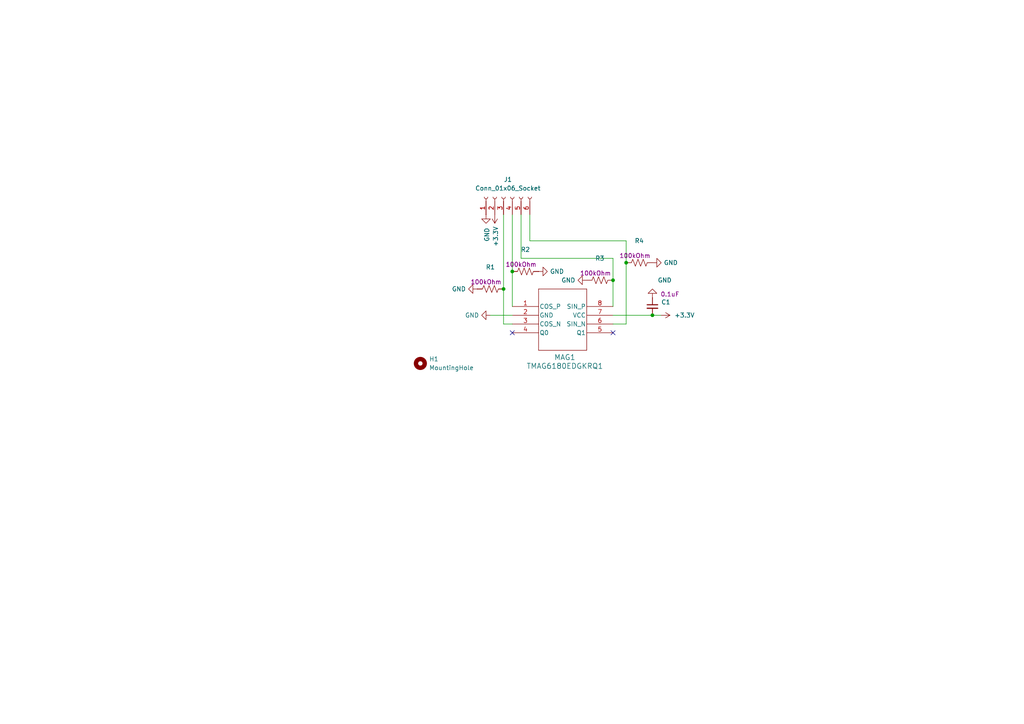
<source format=kicad_sch>
(kicad_sch (version 20250114) (generator "eeschema") (generator_version "9.0")
  (paper "A4")
  (lib_symbols
    (symbol "Connector:Conn_01x06_Socket" (pin_names (offset 1.016) (hide yes))
      (property "Reference" "J" (at 0 7.62 0))
      (property "Value" "Conn_01x06_Socket" (at 0 -10.16 0))
      (symbol "Conn_01x06_Socket_1_1"
        (polyline (pts (xy -1.27 5.08) (xy -0.508 5.08)) (stroke (width 0.1524)))
        (polyline (pts (xy -1.27 2.54) (xy -0.508 2.54)) (stroke (width 0.1524)))
        (polyline (pts (xy -1.27 0) (xy -0.508 0)) (stroke (width 0.1524)))
        (polyline (pts (xy -1.27 -2.54) (xy -0.508 -2.54)) (stroke (width 0.1524)))
        (polyline (pts (xy -1.27 -5.08) (xy -0.508 -5.08)) (stroke (width 0.1524)))
        (polyline (pts (xy -1.27 -7.62) (xy -0.508 -7.62)) (stroke (width 0.1524)))
        (arc (start 0 4.572) (mid -0.5058 5.08) (end 0 5.588) (stroke (width 0.1524)))
        (arc (start 0 2.032) (mid -0.5058 2.54) (end 0 3.048) (stroke (width 0.1524)))
        (arc (start 0 -0.508) (mid -0.5058 0) (end 0 0.508) (stroke (width 0.1524)))
        (arc (start 0 -3.048) (mid -0.5058 -2.54) (end 0 -2.032) (stroke (width 0.1524)))
        (arc (start 0 -5.588) (mid -0.5058 -5.08) (end 0 -4.572) (stroke (width 0.1524)))
        (arc (start 0 -8.128) (mid -0.5058 -7.62) (end 0 -7.112) (stroke (width 0.1524)))
        (pin passive line (at -5.08 5.08 0) (length 3.81) (name "Pin_1") (number "1"))
        (pin passive line (at -5.08 2.54 0) (length 3.81) (name "Pin_2") (number "2"))
        (pin passive line (at -5.08 0 0) (length 3.81) (name "Pin_3") (number "3"))
        (pin passive line (at -5.08 -2.54 0) (length 3.81) (name "Pin_4") (number "4"))
        (pin passive line (at -5.08 -5.08 0) (length 3.81) (name "Pin_5") (number "5"))
        (pin passive line (at -5.08 -7.62 0) (length 3.81) (name "Pin_6") (number "6"))
      )
    )
    (symbol "Device:C_Small" (pin_numbers (hide yes)) (pin_names (offset 0.254) (hide yes))
      (property "Reference" "C" (at 0.254 1.778 0))
      (property "Value" "C_Small" (at 0.254 -2.032 0))
      (symbol "C_Small_0_1"
        (polyline (pts (xy -1.524 0.508) (xy 1.524 0.508)) (stroke (width 0.3048)))
        (polyline (pts (xy -1.524 -0.508) (xy 1.524 -0.508)) (stroke (width 0.3302)))
      )
      (symbol "C_Small_1_1"
        (pin passive line (at 0 2.54 270) (length 2.032) (name "~") (number "1"))
        (pin passive line (at 0 -2.54 90) (length 2.032) (name "~") (number "2"))
      )
    )
    (symbol "Device:R_US" (pin_numbers (hide yes)) (pin_names (offset 0))
      (property "Reference" "R" (at 2.54 0 90))
      (property "Value" "R_US" (at -2.54 0 90))
      (symbol "R_US_0_1"
        (polyline (pts (xy 0 2.286) (xy 0 2.54)))
        (polyline (pts (xy 0 2.286) (xy 1.016 1.905) (xy 0 1.524) (xy -1.016 1.143) (xy 0 0.762)))
        (polyline (pts (xy 0 0.762) (xy 1.016 0.381) (xy 0 0) (xy -1.016 -0.381) (xy 0 -0.762)))
        (polyline (pts (xy 0 -0.762) (xy 1.016 -1.143) (xy 0 -1.524) (xy -1.016 -1.905) (xy 0 -2.286)))
        (polyline (pts (xy 0 -2.286) (xy 0 -2.54)))
      )
      (symbol "R_US_1_1"
        (pin passive line (at 0 3.81 270) (length 1.27) (name "~") (number "1"))
        (pin passive line (at 0 -3.81 90) (length 1.27) (name "~") (number "2"))
      )
    )
    (symbol "Mechanical:MountingHole" (pin_names (offset 1.016)) (in_bom no)
      (property "Reference" "H" (at 0 5.08 0))
      (property "Value" "MountingHole" (at 0 3.175 0))
      (symbol "MountingHole_0_1"
        (circle (center 0 0) (radius 1.27) (stroke (width 1.27)))
      )
    )
    (symbol "TMAG6180:TMAG6180EDGKRQ1" (pin_names (offset 0.254))
      (property "Reference" "MAG" (at 14.732 9.398 0))
      (property "Value" "TMAG6180EDGKRQ1" (at 14.732 6.858 0))
      (symbol "TMAG6180EDGKRQ1_0_1"
        (polyline (pts (xy 7.62 5.08) (xy 7.62 -12.7)))
        (polyline (pts (xy 7.62 -12.7) (xy 21.59 -12.7)))
        (polyline (pts (xy 21.59 5.08) (xy 7.62 5.08)))
        (polyline (pts (xy 21.59 -12.7) (xy 21.59 5.08)))
        (pin output line (at 0 0 0) (length 7.62) (name "COS_P") (number "1"))
        (pin power_out line (at 0 -2.54 0) (length 7.62) (name "GND") (number "2"))
        (pin output line (at 0 -5.08 0) (length 7.62) (name "COS_N") (number "3"))
        (pin output line (at 0 -7.62 0) (length 7.62) (name "Q0") (number "4"))
        (pin output line (at 29.21 0 180) (length 7.62) (name "SIN_P") (number "8"))
        (pin power_in line (at 29.21 -2.54 180) (length 7.62) (name "VCC") (number "7"))
        (pin output line (at 29.21 -5.08 180) (length 7.62) (name "SIN_N") (number "6"))
        (pin output line (at 29.21 -7.62 180) (length 7.62) (name "Q1") (number "5"))
      )
    )
    (symbol "power:+3.3V" (power) (pin_numbers (hide yes)) (pin_names (offset 0) (hide yes))
      (property "Value" "+3.3V" (at 0 3.556 0))
      (symbol "+3.3V_0_1"
        (polyline (pts (xy -0.762 1.27) (xy 0 2.54)))
        (polyline (pts (xy 0 2.54) (xy 0.762 1.27)))
        (polyline (pts (xy 0 0) (xy 0 2.54)))
      )
      (symbol "+3.3V_1_1"
        (pin power_in line (at 0 0 90) (length 0) (name "~") (number "1"))
      )
    )
    (symbol "power:GND" (power) (pin_numbers (hide yes)) (pin_names (offset 0) (hide yes))
      (property "Value" "GND" (at 0 -3.81 0))
      (symbol "GND_0_1"
        (polyline (pts (xy 0 0) (xy 0 -1.27) (xy 1.27 -1.27) (xy 0 -2.54) (xy -1.27 -1.27) (xy 0 -1.27)))
      )
      (symbol "GND_1_1"
        (pin power_in line (at 0 0 270) (length 0) (name "~") (number "1"))
      )
    )
  )
  (junction (at 177.8 81.28))
  (junction (at 189.23 91.44))
  (junction (at 181.61 76.2))
  (junction (at 148.59 78.74))
  (junction (at 146.05 83.82))
  (no_connect (at 177.8 96.52))
  (no_connect (at 148.59 96.52))
  (wire (pts (xy 148.59 78.74) (xy 148.59 88.9)))
  (wire (pts (xy 148.59 93.98) (xy 146.05 93.98)))
  (wire (pts (xy 181.61 69.85) (xy 153.67 69.85)))
  (wire (pts (xy 146.05 93.98) (xy 146.05 83.82)))
  (wire (pts (xy 151.13 74.93) (xy 151.13 62.23)))
  (wire (pts (xy 177.8 81.28) (xy 177.8 88.9)))
  (wire (pts (xy 181.61 76.2) (xy 181.61 93.98)))
  (wire (pts (xy 153.67 69.85) (xy 153.67 62.23)))
  (wire (pts (xy 189.23 91.44) (xy 191.77 91.44)))
  (wire (pts (xy 148.59 62.23) (xy 148.59 78.74)))
  (wire (pts (xy 142.24 91.44) (xy 148.59 91.44)))
  (wire (pts (xy 177.8 74.93) (xy 151.13 74.93)))
  (wire (pts (xy 177.8 74.93) (xy 177.8 81.28)))
  (wire (pts (xy 177.8 93.98) (xy 181.61 93.98)))
  (wire (pts (xy 181.61 69.85) (xy 181.61 76.2)))
  (wire (pts (xy 146.05 83.82) (xy 146.05 62.23)))
  (wire (pts (xy 177.8 91.44) (xy 189.23 91.44)))
  (symbol (lib_id "power:GND") (at 140.97 62.23 0) (unit 1)
    (property "Reference" "#PWR01" (effects (hide yes)))
    (property "Value" "GND" (at 141.224 68.072 90))
    (property "Description" "Power symbol creates a global label with name \"GND\" , ground" (effects (hide yes)))
  )
  (symbol (lib_id "power:GND") (at 142.24 91.44 270) (unit 1)
    (property "Reference" "#PWR03" (effects (hide yes)))
    (property "Value" "GND" (at 136.906 91.44 90))
    (property "Description" "Power symbol creates a global label with name \"GND\" , ground" (effects (hide yes)))
  )
  (symbol (lib_id "Mechanical:MountingHole") (at 121.92 105.41 0) (unit 1) (in_bom no)
    (property "Reference" "H1" (at 124.46 104.1399 0) (effects (justify left)))
    (property "Value" "MountingHole" (at 124.46 106.6799 0) (effects (justify left)))
    (property "Footprint" "MountingHole:ToolingHole_1.152mm" (effects (hide yes)))
    (property "Description" "Mounting Hole without connection" (effects (hide yes)))
  )
  (symbol (lib_id "Device:R_US") (at 173.99 81.28 90) (unit 1)
    (property "Reference" "R3" (at 173.99 74.93 90))
    (property "Value" "R_US" (effects (hide yes)))
    (property "Footprint" "Resistor_SMD:R_0402_1005Metric" (effects (hide yes)))
    (property "Description" "Resistor, US symbol" (effects (hide yes)))
    (property "Resistance" "100kOhm" (at 172.72 79.248 90))
  )
  (symbol (lib_id "Device:R_US") (at 142.24 83.82 90) (unit 1)
    (property "Reference" "R1" (at 142.24 77.47 90))
    (property "Value" "R_US" (effects (hide yes)))
    (property "Footprint" "Resistor_SMD:R_0402_1005Metric" (effects (hide yes)))
    (property "Description" "Resistor, US symbol" (effects (hide yes)))
    (property "Resistance" "100kOhm" (at 140.97 81.788 90))
  )
  (symbol (lib_id "power:GND") (at 138.43 83.82 270) (unit 1)
    (property "Reference" "#PWR06" (effects (hide yes)))
    (property "Value" "GND" (at 133.096 83.82 90))
    (property "Description" "Power symbol creates a global label with name \"GND\" , ground" (effects (hide yes)))
  )
  (symbol (lib_id "power:GND") (at 156.21 78.74 90) (unit 1)
    (property "Reference" "#PWR07" (effects (hide yes)))
    (property "Value" "GND" (at 161.544 78.74 90))
    (property "Description" "Power symbol creates a global label with name \"GND\" , ground" (effects (hide yes)))
  )
  (symbol (lib_id "Connector:Conn_01x06_Socket") (at 146.05 57.15 90) (unit 1)
    (property "Reference" "J1" (at 147.32 52.07 90))
    (property "Value" "Conn_01x06_Socket" (at 147.32 54.61 90))
    (property "Footprint" "Connector_PinHeader_1.00mm:PinHeader_1x06_P1.00mm_Horizontal" (effects (hide yes)))
    (property "Description" "Generic connector, single row, 01x06, script generated" (effects (hide yes)))
  )
  (symbol (lib_id "power:+3.3V") (at 143.51 62.23 180) (unit 1)
    (property "Reference" "#PWR02" (effects (hide yes)))
    (property "Value" "+3.3V" (at 143.764 68.58 90))
    (property "Description" "Power symbol creates a global label with name \"+3.3V\"" (effects (hide yes)))
  )
  (symbol (lib_id "power:GND") (at 170.18 81.28 270) (unit 1)
    (property "Reference" "#PWR08" (effects (hide yes)))
    (property "Value" "GND" (at 164.846 81.28 90))
    (property "Description" "Power symbol creates a global label with name \"GND\" , ground" (effects (hide yes)))
  )
  (symbol (lib_id "Device:R_US") (at 152.4 78.74 90) (unit 1)
    (property "Reference" "R2" (at 152.4 72.39 90))
    (property "Value" "R_US" (effects (hide yes)))
    (property "Footprint" "Resistor_SMD:R_0402_1005Metric" (effects (hide yes)))
    (property "Description" "Resistor, US symbol" (effects (hide yes)))
    (property "Resistance" "100kOhm" (at 151.13 76.708 90))
  )
  (symbol (lib_id "power:GND") (at 189.23 86.36 180) (unit 1)
    (property "Reference" "#PWR05" (effects (hide yes)))
    (property "Value" "GND" (at 192.786 81.28 0))
    (property "Description" "Power symbol creates a global label with name \"GND\" , ground" (effects (hide yes)))
  )
  (symbol (lib_id "Device:C_Small") (at 189.23 88.9 0) (unit 1)
    (property "Reference" "C1" (at 191.77 87.6362 0) (effects (justify left)))
    (property "Value" "C_Small" (effects (hide yes)))
    (property "Footprint" "Capacitor_SMD:C_0402_1005Metric" (effects (hide yes)))
    (property "Description" "Unpolarized capacitor, small symbol" (effects (hide yes)))
    (property "Capacitance" "0.1uF" (at 194.31 85.344 0))
  )
  (symbol (lib_id "power:+3.3V") (at 191.77 91.44 270) (unit 1)
    (property "Reference" "#PWR04" (effects (hide yes)))
    (property "Value" "+3.3V" (at 195.58 91.4399 90) (effects (justify left)))
    (property "Description" "Power symbol creates a global label with name \"+3.3V\"" (effects (hide yes)))
  )
  (symbol (lib_id "TMAG6180:TMAG6180EDGKRQ1") (at 148.59 88.9 0) (unit 1)
    (property "Reference" "MAG1" (at 163.83 103.632 0) (effects (font (size 1.524 1.524))))
    (property "Value" "TMAG6180EDGKRQ1" (at 163.83 106.172 0) (effects (font (size 1.524 1.524))))
    (property "Footprint" "TMAG6180:VSSOP8_3P1X3P1_TEX" (effects (hide yes)))
    (property "Datasheet" "https://www.ti.com/lit/gpn/tmag6180-q1" (effects (hide yes)))
  )
  (symbol (lib_id "Device:R_US") (at 185.42 76.2 90) (unit 1)
    (property "Reference" "R4" (at 185.42 69.85 90))
    (property "Value" "R_US" (effects (hide yes)))
    (property "Footprint" "Resistor_SMD:R_0402_1005Metric" (effects (hide yes)))
    (property "Description" "Resistor, US symbol" (effects (hide yes)))
    (property "Resistance" "100kOhm" (at 184.15 74.168 90))
  )
  (symbol (lib_id "power:GND") (at 189.23 76.2 90) (unit 1)
    (property "Reference" "#PWR09" (effects (hide yes)))
    (property "Value" "GND" (at 194.564 76.2 90))
    (property "Description" "Power symbol creates a global label with name \"GND\" , ground" (effects (hide yes)))
  )
)
</source>
